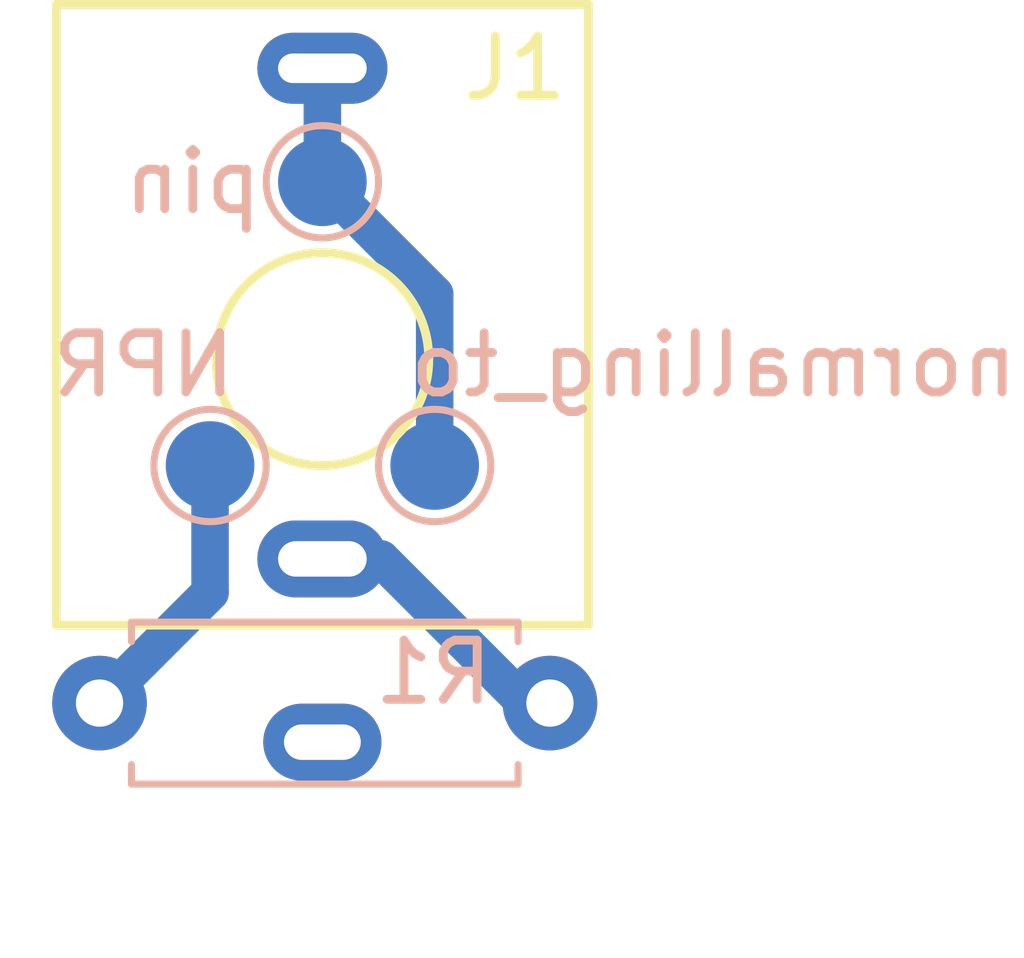
<source format=kicad_pcb>
(kicad_pcb (version 20211014) (generator pcbnew)
  (layers (0 "F.Cu" signal) (31 "B.Cu" signal) (34 "B.Paste" user) (35 "F.Paste" user) (36 "B.SilkS" user "B.Silkscreen") (37 "F.SilkS" user "F.Silkscreen") (38 "B.Mask" user) (39 "F.Mask" user) (44 "Edge.Cuts" user))
  (net 0 "")
  (net 1 "GND")
  (net 2 "Pin0")
  (net 3 "Normalling0")
  (net 4 "Net-(R1-Pad1)")
  (footprint "Connector_Thonk:ThonkiconnJack" (layer "F.Cu") (at 0 0)
    (fp_text reference "J1" (at 3.26 -4.92) (layer "F.SilkS"))
    (fp_text value "IN")
    (fp_line (start -4.5 4.5) (end 4.5 4.5) (layer "F.SilkS") (width 0.15))
    (fp_line (start -4.5 -6) (end -4.5 4.5) (layer "F.SilkS") (width 0.15))
    (fp_line (start -4.5 -6) (end 4.5 -6) (layer "F.SilkS") (width 0.15))
    (fp_line (start 4.5 -6) (end 4.5 4.5) (layer "F.SilkS") (width 0.15))
    (fp_circle (center 0 0) (end 1.8 0) (layer "F.SilkS") (width 0.15) (fill none))
    (pad "" np_thru_hole circle locked (at 0 0) (size 2.5 2.5) (drill 2.5) (layers *.Cu *.Mask))
    (pad "S" thru_hole oval locked (at 0 6.48) (size 2 1.3) (drill oval 1.3 0.6) (layers *.Cu *.Mask) (net 1 "GND"))
    (pad "T" thru_hole oval locked (at 0 -4.92) (size 2.2 1.2) (drill oval 1.5 0.5) (layers *.Cu *.Mask) (net 2 "Pin0"))
    (pad "TN" thru_hole oval locked (at 0 3.38) (size 2.2 1.3) (drill oval 1.5 0.6) (layers *.Cu *.Mask) (net 4 "Net-(R1-Pad1)"))
  )
  (footprint "TestPoint:TestPoint_Pad_D1.5mm" (layer "B.Cu") (at 0 -3)
    (fp_text reference "TP1" hide)
    (fp_text value "TestPoint")
    (fp_circle (center 0 0) (end 0 -0.95) (layer "B.SilkS") (width 0.12) (fill none))
    (pad "1" smd circle locked (at 0 0) (size 1.5 1.5) (layers "B.Cu" "B.Mask") (net 2 "Pin0"))
  )
  (footprint "TestPoint:TestPoint_Pad_D1.5mm" (layer "B.Cu") (at 1.9 1.8)
    (fp_text reference "TP2" hide)
    (fp_text value "TestPoint")
    (fp_circle (center 0 0) (end 0 -0.95) (layer "B.SilkS") (width 0.12) (fill none))
    (pad "1" smd circle locked (at 0 0) (size 1.5 1.5) (layers "B.Cu" "B.Mask") (net 2 "Pin0"))
  )
  (footprint "TestPoint:TestPoint_Pad_D1.5mm" (layer "B.Cu") (at -1.9 1.8 180)
    (fp_text reference "TP3" hide)
    (fp_text value "TestPoint")
    (fp_circle (center 0 0) (end 0 -0.95) (layer "B.SilkS") (width 0.12) (fill none))
    (pad "1" smd circle (at 0 0 180) (size 1.5 1.5) (layers "B.Cu" "B.Mask") (net 3 "Normalling0"))
  )
  (footprint "Resistor_THT:R_Axial_DIN0207_L6.3mm_D2.5mm_P7.62mm_Horizontal" (layer "B.Cu") (at 3.85 5.81911 180)
    (fp_text reference "R1" (at 1.97 0.51911) (layer "B.SilkS") (effects (justify mirror)))
    (fp_text value "10k")
    (fp_line (start 0.54 1.37) (end 7.08 1.37) (layer "B.SilkS") (width 0.12))
    (fp_line (start 0.54 -1.04) (end 0.54 -1.37) (layer "B.SilkS") (width 0.12))
    (fp_line (start 7.08 -1.37) (end 7.08 -1.04) (layer "B.SilkS") (width 0.12))
    (fp_line (start 7.08 1.37) (end 7.08 1.04) (layer "B.SilkS") (width 0.12))
    (fp_line (start 0.54 1.04) (end 0.54 1.37) (layer "B.SilkS") (width 0.12))
    (fp_line (start 0.54 -1.37) (end 7.08 -1.37) (layer "B.SilkS") (width 0.12))
    (pad "1" thru_hole circle (at 0 0 180) (size 1.6 1.6) (drill 0.8) (layers *.Cu *.Mask) (net 4 "Net-(R1-Pad1)"))
    (pad "2" thru_hole oval (at 7.62 0 180) (size 1.6 1.6) (drill 0.8) (layers *.Cu *.Mask) (net 3 "Normalling0"))
  )
  (gr_text "pin" (at -0.95 -3) (layer "B.SilkS") (effects (font (size 1 1)) (justify left mirror)))
  (gr_text "NPR" (at -1.4 0.1) (layer "B.SilkS") (effects (font (size 1 1)) (justify left mirror)))
  (gr_text "normalling_to" (at 1.4 0.1) (layer "B.SilkS") (effects (font (size 1 1)) (justify right mirror)))
  (segment (start 0 -3) (end 1.9 -1.1) (width 0.635) (layer "B.Cu") (net 2))
  (segment (start 1.9 -1.1) (end 1.9 1.8) (width 0.635) (layer "B.Cu") (net 2))
  (segment (start 0 -4.92) (end 0 -3) (width 0.635) (layer "B.Cu") (net 2))
  (segment (start -1.9 3.94911) (end -1.9 1.8) (width 0.635) (layer "B.Cu") (net 3))
  (segment (start -3.77 5.81911) (end -1.9 3.94911) (width 0.635) (layer "B.Cu") (net 3))
  (segment (start 0.99 3.38) (end 3.42911 5.81911) (width 0.635) (layer "B.Cu") (net 4))
  (segment (start 0 3.38) (end 0.99 3.38) (width 0.635) (layer "B.Cu") (net 4))
  (segment (start 3.42911 5.81911) (end 3.85 5.81911) (width 0.635) (layer "B.Cu") (net 4))
)
</source>
